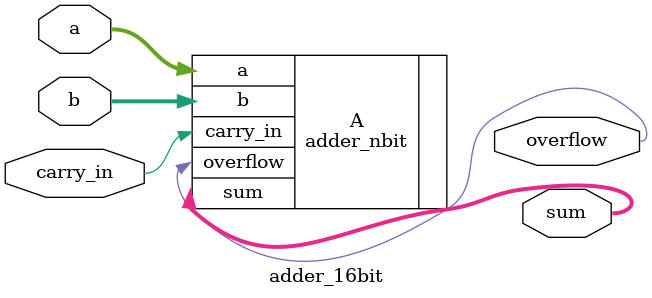
<source format=sv>
`timescale 1ns / 100ps
module adder_16bit
(
	input wire [15:0] a,
	input wire [15:0] b,
	input wire carry_in,
	output wire [15:0] sum,
	output wire overflow
);

	// STUDENT: Fill in the correct port map with parameter override syntax for using your n-bit ripple carry adder design to be an 16-bit ripple carry adder design
	adder_nbit #(.BIT_WIDTH(16)) A(.a(a), .b(b), .carry_in(carry_in), .sum(sum), .overflow(overflow)); 
endmodule

</source>
